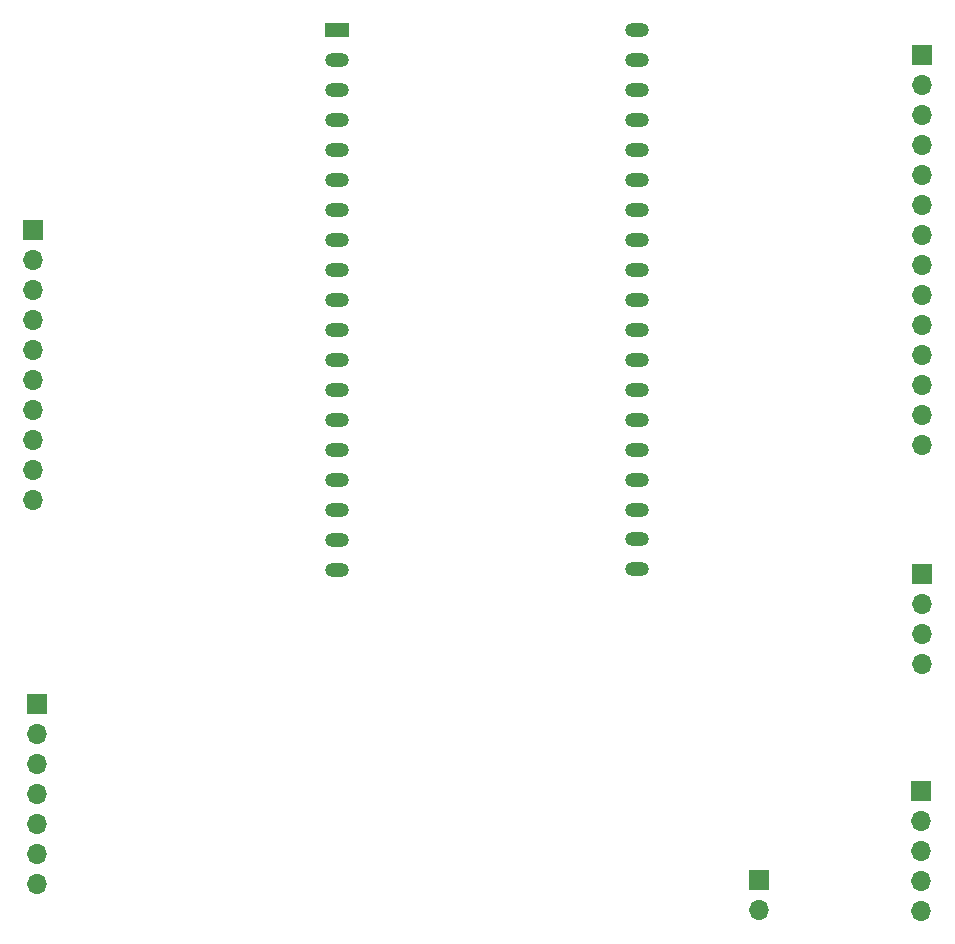
<source format=gbr>
%TF.GenerationSoftware,KiCad,Pcbnew,8.0.7*%
%TF.CreationDate,2025-01-15T13:48:50-05:00*%
%TF.ProjectId,CPU,4350552e-6b69-4636-9164-5f7063625858,rev?*%
%TF.SameCoordinates,Original*%
%TF.FileFunction,Soldermask,Bot*%
%TF.FilePolarity,Negative*%
%FSLAX46Y46*%
G04 Gerber Fmt 4.6, Leading zero omitted, Abs format (unit mm)*
G04 Created by KiCad (PCBNEW 8.0.7) date 2025-01-15 13:48:50*
%MOMM*%
%LPD*%
G01*
G04 APERTURE LIST*
%ADD10R,1.700000X1.700000*%
%ADD11O,1.700000X1.700000*%
%ADD12R,2.000000X1.200000*%
%ADD13O,2.000000X1.200000*%
G04 APERTURE END LIST*
D10*
%TO.C,J5*%
X90678000Y-119561000D03*
D11*
X90678000Y-122101000D03*
X90678000Y-124641000D03*
X90678000Y-127181000D03*
X90678000Y-129721000D03*
X90678000Y-132261000D03*
X90678000Y-134801000D03*
%TD*%
D10*
%TO.C,J3*%
X165608000Y-108512000D03*
D11*
X165608000Y-111052000D03*
X165608000Y-113592000D03*
X165608000Y-116132000D03*
%TD*%
D10*
%TO.C,J1*%
X165608000Y-64570000D03*
D11*
X165608000Y-67110000D03*
X165608000Y-69650000D03*
X165608000Y-72190000D03*
X165608000Y-74730000D03*
X165608000Y-77270000D03*
X165608000Y-79810000D03*
X165608000Y-82350000D03*
X165608000Y-84890000D03*
X165608000Y-87430000D03*
X165608000Y-89970000D03*
X165608000Y-92510000D03*
X165608000Y-95050000D03*
X165608000Y-97590000D03*
%TD*%
D12*
%TO.C,U1*%
X116076000Y-62415000D03*
D13*
X116076000Y-64955000D03*
X116076000Y-67495000D03*
X116076000Y-70035000D03*
X116076000Y-72575000D03*
X116076000Y-75115000D03*
X116076000Y-77655000D03*
X116076000Y-80195000D03*
X116076000Y-82735000D03*
X116076000Y-85275000D03*
X116076000Y-87815000D03*
X116076000Y-90355000D03*
X116076000Y-92895000D03*
X116076000Y-95435000D03*
X116076000Y-97975000D03*
X116076000Y-100515000D03*
X116076000Y-103055000D03*
X116076000Y-105595000D03*
X116076000Y-108135000D03*
X141472320Y-108132280D03*
X141472320Y-105592280D03*
X141476000Y-103055000D03*
X141476000Y-100515000D03*
X141476000Y-97975000D03*
X141476000Y-95435000D03*
X141476000Y-92895000D03*
X141476000Y-90355000D03*
X141476000Y-87815000D03*
X141476000Y-85275000D03*
X141476000Y-82735000D03*
X141476000Y-80195000D03*
X141476000Y-77655000D03*
X141476000Y-75115000D03*
X141476000Y-72575000D03*
X141476000Y-70035000D03*
X141476000Y-67495000D03*
X141476000Y-64955000D03*
X141476000Y-62415000D03*
%TD*%
D10*
%TO.C,J2*%
X90297000Y-79426500D03*
D11*
X90297000Y-81966500D03*
X90297000Y-84506500D03*
X90297000Y-87046500D03*
X90297000Y-89586500D03*
X90297000Y-92126500D03*
X90297000Y-94666500D03*
X90297000Y-97206500D03*
X90297000Y-99746500D03*
X90297000Y-102286500D03*
%TD*%
D10*
%TO.C,J6*%
X151765000Y-134415000D03*
D11*
X151765000Y-136955000D03*
%TD*%
D10*
%TO.C,J4*%
X165481000Y-126927000D03*
D11*
X165481000Y-129467000D03*
X165481000Y-132007000D03*
X165481000Y-134547000D03*
X165481000Y-137087000D03*
%TD*%
M02*

</source>
